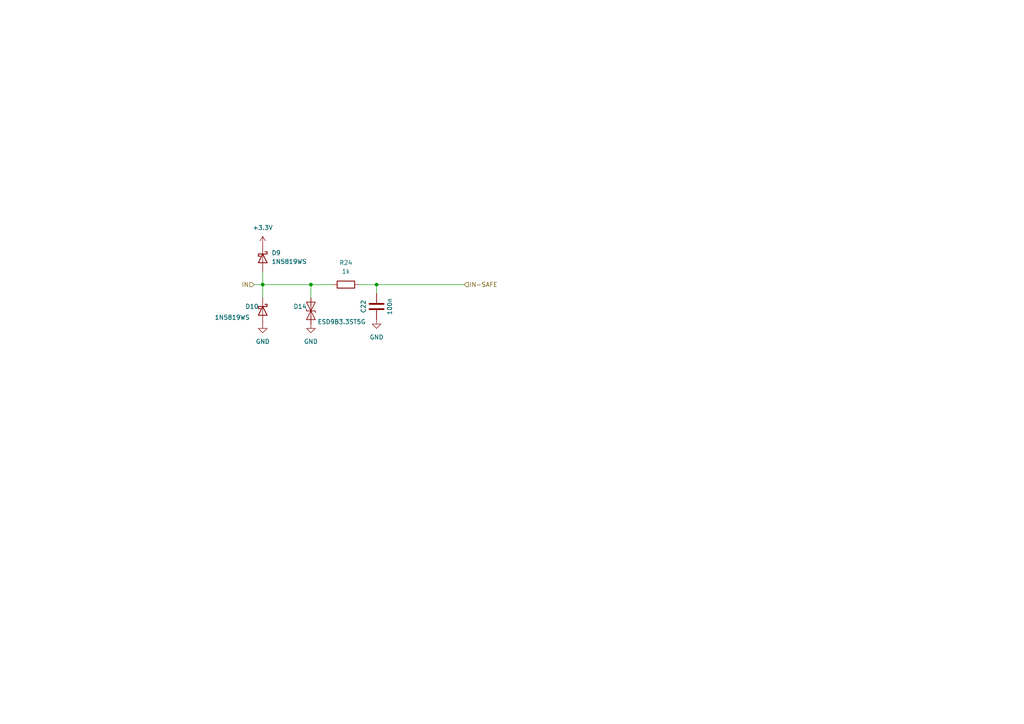
<source format=kicad_sch>
(kicad_sch (version 20231120) (generator "eeschema") (generator_version "8.0")
  (paper "A4")
  (lib_symbols
    (symbol "Device:C" (pin_numbers hide) (pin_names (offset 0.254))
      (property "Reference" "C" (at 0.635 2.54 0))
      (property "Value" "C" (at 0.635 -2.54 0))
      (symbol "C_0_1"
        (polyline (pts (xy -2.032 -0.762) (xy 2.032 -0.762)) (stroke (width 0.508)))
        (polyline (pts (xy -2.032 0.762) (xy 2.032 0.762)) (stroke (width 0.508)))
      )
      (symbol "C_1_1"
        (pin passive line (at 0 3.81 270) (length 2.794) (name "~") (number "1"))
        (pin passive line (at 0 -3.81 90) (length 2.794) (name "~") (number "2"))
      )
    )
    (symbol "Device:D_Schottky" (pin_numbers hide) (pin_names (offset 1.016) hide)
      (property "Reference" "D" (at 0 2.54 0))
      (property "Value" "D_Schottky" (at 0 -2.54 0))
      (symbol "D_Schottky_0_1"
        (polyline (pts (xy 1.27 0) (xy -1.27 0)))
        (polyline (pts (xy 1.27 1.27) (xy 1.27 -1.27) (xy -1.27 0) (xy 1.27 1.27)) (stroke (width 0.254)))
        (polyline (pts (xy -1.905 0.635) (xy -1.905 1.27) (xy -1.27 1.27) (xy -1.27 -1.27) (xy -0.635 -1.27) (xy -0.635 -0.635)) (stroke (width 0.254)))
      )
      (symbol "D_Schottky_1_1"
        (pin passive line (at -3.81 0 0) (length 2.54) (name "K") (number "1"))
        (pin passive line (at 3.81 0 180) (length 2.54) (name "A") (number "2"))
      )
    )
    (symbol "Device:R" (pin_numbers hide) (pin_names (offset 0))
      (property "Reference" "R" (at 2.032 0 90))
      (property "Value" "R" (at 0 0 90))
      (symbol "R_0_1"
        (rectangle (start -1.016 -2.54) (end 1.016 2.54) (stroke (width 0.254)))
      )
      (symbol "R_1_1"
        (pin passive line (at 0 3.81 270) (length 1.27) (name "~") (number "1"))
        (pin passive line (at 0 -3.81 90) (length 1.27) (name "~") (number "2"))
      )
    )
    (symbol "Diode:ESD9B3.3ST5G" (pin_numbers hide) (pin_names (offset 1.016) hide)
      (property "Reference" "D" (at 0 2.54 0))
      (property "Value" "ESD9B3.3ST5G" (at 0 -2.54 0))
      (symbol "ESD9B3.3ST5G_0_1"
        (polyline (pts (xy 1.27 0) (xy -1.27 0)))
        (polyline (pts (xy -2.54 -1.27) (xy 0 0) (xy -2.54 1.27) (xy -2.54 -1.27)) (stroke (width 0.2032)))
        (polyline (pts (xy 0.508 1.27) (xy 0 1.27) (xy 0 -1.27) (xy -0.508 -1.27)) (stroke (width 0.2032)))
        (polyline (pts (xy 2.54 1.27) (xy 2.54 -1.27) (xy 0 0) (xy 2.54 1.27)) (stroke (width 0.2032)))
      )
      (symbol "ESD9B3.3ST5G_1_1"
        (pin passive line (at -3.81 0 0) (length 2.54) (name "A1") (number "1"))
        (pin passive line (at 3.81 0 180) (length 2.54) (name "A2") (number "2"))
      )
    )
    (symbol "power:+3.3V" (power) (pin_numbers hide) (pin_names (offset 0) hide)
      (property "Value" "+3.3V" (at 0 3.556 0))
      (symbol "+3.3V_0_1"
        (polyline (pts (xy -0.762 1.27) (xy 0 2.54)))
        (polyline (pts (xy 0 0) (xy 0 2.54)))
        (polyline (pts (xy 0 2.54) (xy 0.762 1.27)))
      )
      (symbol "+3.3V_1_1"
        (pin power_in line (at 0 0 90) (length 0) (name "~") (number "1"))
      )
    )
    (symbol "power:GND" (power) (pin_numbers hide) (pin_names (offset 0) hide)
      (property "Value" "GND" (at 0 -3.81 0))
      (symbol "GND_0_1"
        (polyline (pts (xy 0 0) (xy 0 -1.27) (xy 1.27 -1.27) (xy 0 -2.54) (xy -1.27 -1.27) (xy 0 -1.27)))
      )
      (symbol "GND_1_1"
        (pin power_in line (at 0 0 270) (length 0) (name "~") (number "1"))
      )
    )
  )
  (junction (at 109.22 82.55))
  (junction (at 90.17 82.55))
  (junction (at 76.2 82.55))
  (wire (pts (xy 76.2 82.55) (xy 76.2 86.36)))
  (wire (pts (xy 109.22 82.55) (xy 104.14 82.55)))
  (wire (pts (xy 76.2 78.74) (xy 76.2 82.55)))
  (wire (pts (xy 76.2 82.55) (xy 90.17 82.55)))
  (wire (pts (xy 90.17 82.55) (xy 96.52 82.55)))
  (wire (pts (xy 109.22 85.09) (xy 109.22 82.55)))
  (wire (pts (xy 109.22 82.55) (xy 134.62 82.55)))
  (wire (pts (xy 90.17 86.36) (xy 90.17 82.55)))
  (wire (pts (xy 73.66 82.55) (xy 76.2 82.55)))
  (hierarchical_label "IN-SAFE" (shape input) (at 134.62 82.55 0))
  (hierarchical_label "IN" (shape input) (at 73.66 82.55 180))
  (symbol (lib_id "Diode:ESD9B3.3ST5G") (at 90.17 90.17 270) (unit 1)
    (property "Reference" "D14" (at 85.09 88.9 90) (effects (justify left)))
    (property "Value" "ESD9B3.3ST5G" (at 92.075 93.345 90) (effects (justify left)))
    (property "Footprint" "Diode_SMD:D_SOD-923" (effects (hide yes)))
    (property "Datasheet" "https://www.onsemi.com/pub/Collateral/ESD9B-D.PDF" (effects (hide yes)))
    (property "Description" "ESD protection diode, 3.3Vrwm, SOD-923" (effects (hide yes)))
    (property "MPN" "C96512" (effects (hide yes)))
    (instances (project "Supervisor" (path "" (reference "D14") (unit 1)) (path "" (reference "D11") (unit 1))))
  )
  (symbol (lib_id "Device:C") (at 109.22 88.9 0) (unit 1)
    (property "Reference" "C22" (at 105.41 88.9 90))
    (property "Value" "100n" (at 113.03 88.9 90))
    (property "Footprint" "Capacitor_SMD:C_0603_1608Metric" (effects (hide yes)))
    (property "MPN" "C14663" (effects (hide yes)))
    (instances (project "Supervisor" (path "" (reference "C22") (unit 1)) (path "" (reference "C23") (unit 1))))
  )
  (symbol (lib_id "Device:D_Schottky") (at 76.2 74.93 270) (unit 1)
    (property "Reference" "D9" (at 78.74 73.3424 90) (effects (justify left)))
    (property "Value" "1N5819WS" (at 78.74 75.8824 90) (effects (justify left)))
    (property "Footprint" "Diode_SMD:D_SOD-323" (effects (hide yes)))
    (property "MPN" "C191023" (effects (hide yes)))
    (instances (project "Supervisor" (path "" (reference "D9") (unit 1)) (path "" (reference "D12") (unit 1))))
  )
  (symbol (lib_id "Device:D_Schottky") (at 76.2 90.17 270) (unit 1)
    (property "Reference" "D10" (at 71.12 88.9 90) (effects (justify left)))
    (property "Value" "1N5819WS" (at 62.23 92.075 90) (effects (justify left)))
    (property "Footprint" "Diode_SMD:D_SOD-323" (effects (hide yes)))
    (property "MPN" "C191023" (effects (hide yes)))
    (instances (project "Supervisor" (path "" (reference "D10") (unit 1)) (path "" (reference "D13") (unit 1))))
  )
  (symbol (lib_id "power:GND") (at 90.17 93.98 0) (unit 1)
    (property "Reference" "#PWR072" (effects (hide yes)))
    (property "Value" "GND" (at 90.17 99.06 0))
    (property "Description" "Power symbol creates a global label with name \"GND\" , ground" (effects (hide yes)))
    (instances (project "Supervisor" (path "" (reference "#PWR072") (unit 1)) (path "" (reference "#PWR076") (unit 1))))
  )
  (symbol (lib_id "power:+3.3V") (at 76.2 71.12 0) (unit 1)
    (property "Reference" "#PWR074" (effects (hide yes)))
    (property "Value" "+3.3V" (at 76.2 66.04 0))
    (property "Description" "Power symbol creates a global label with name \"+3.3V\"" (effects (hide yes)))
    (instances (project "Supervisor" (path "" (reference "#PWR074") (unit 1)) (path "" (reference "#PWR070") (unit 1))))
  )
  (symbol (lib_id "power:GND") (at 109.22 92.71 0) (unit 1)
    (property "Reference" "#PWR077" (effects (hide yes)))
    (property "Value" "GND" (at 109.22 97.79 0))
    (property "Description" "Power symbol creates a global label with name \"GND\" , ground" (effects (hide yes)))
    (instances (project "Supervisor" (path "" (reference "#PWR077") (unit 1)) (path "" (reference "#PWR073") (unit 1))))
  )
  (symbol (lib_id "power:GND") (at 76.2 93.98 0) (unit 1)
    (property "Reference" "#PWR071" (effects (hide yes)))
    (property "Value" "GND" (at 76.2 99.06 0))
    (property "Description" "Power symbol creates a global label with name \"GND\" , ground" (effects (hide yes)))
    (instances (project "Supervisor" (path "" (reference "#PWR071") (unit 1)) (path "" (reference "#PWR075") (unit 1))))
  )
  (symbol (lib_id "Device:R") (at 100.33 82.55 90) (unit 1)
    (property "Reference" "R24" (at 100.33 76.2 90))
    (property "Value" "1k" (at 100.33 78.74 90))
    (property "Footprint" "Resistor_SMD:R_0603_1608Metric" (effects (hide yes)))
    (property "MPN" "C21190" (effects (hide yes)))
    (instances (project "Supervisor" (path "" (reference "R24") (unit 1)) (path "" (reference "R25") (unit 1))))
  )
)
</source>
